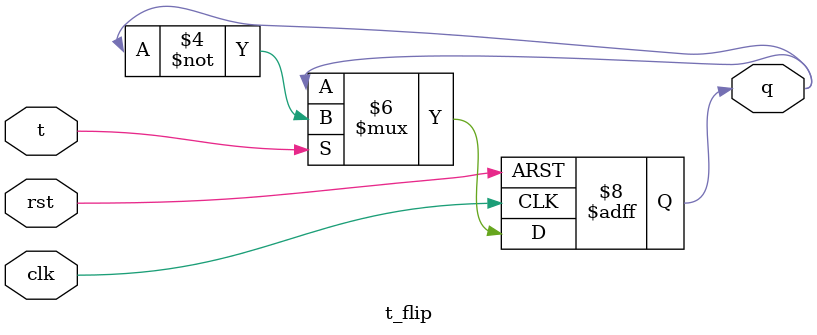
<source format=v>
module t_flip(input t,clk,rst,output reg q);
  always @(posedge clk or negedge rst)begin
    if(!rst)
      q<=0;
    else if(t==0)
      q<=q;
    else
      q<=~q;
  end
endmodule

</source>
